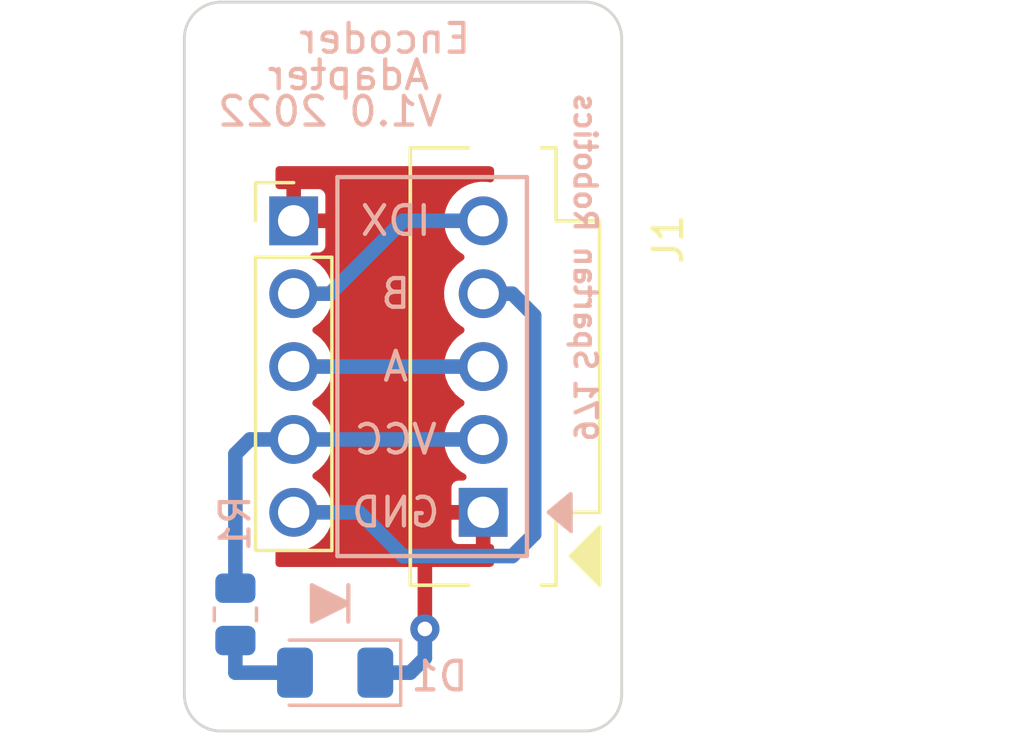
<source format=kicad_pcb>
(kicad_pcb (version 20221018) (generator pcbnew)
  (title_block (title "Shaft Encoder Adapter PCB") (date "2022-08-06") (rev "V1") (company "971 Spartan Robotics"))
  (layers (0 "F.Cu" signal) (31 "B.Cu" signal) (34 "B.Paste" user) (35 "F.Paste" user) (36 "B.SilkS" user "B.Silkscreen") (37 "F.SilkS" user "F.Silkscreen") (38 "B.Mask" user) (39 "F.Mask" user) (44 "Edge.Cuts" user))
  (net 0 "")
  (net 1 "/GND")
  (net 2 "/VCC")
  (net 3 "/A")
  (net 4 "/B")
  (net 5 "/IDX")
  (net 6 "Net-(D1-Pad2)")
  (footprint "encoder_adapter:MOLEX_0705410074" (layer "F.Cu") (at 131.064 106.68 -90)
    (fp_text reference "J1" (at -9.515 -6.445 90) (layer "F.SilkS"))
    (fp_text value "Encoder")
    (fp_line (start -12.7 -2.54) (end -10.16 -2.54) (stroke (width 0.127)) (layer "F.SilkS"))
    (fp_line (start -12.7 -2.032) (end -12.7 -2.54) (stroke (width 0.127)) (layer "F.SilkS"))
    (fp_line (start -12.7 2.54) (end -12.7 0.508) (stroke (width 0.127)) (layer "F.SilkS"))
    (fp_line (start -10.16 -4.055) (end 0 -4.064) (stroke (width 0.127)) (layer "F.SilkS"))
    (fp_line (start -10.16 -2.54) (end -10.16 -4.055) (stroke (width 0.127)) (layer "F.SilkS"))
    (fp_line (start 0 -2.54) (end 0 -4.064) (stroke (width 0.127)) (layer "F.SilkS"))
    (fp_line (start 2.54 -2.54) (end 0 -2.54) (stroke (width 0.127)) (layer "F.SilkS"))
    (fp_line (start 2.54 -2.54) (end 2.54 -2.032) (stroke (width 0.127)) (layer "F.SilkS"))
    (fp_line (start 2.54 2.54) (end -12.7 2.54) (stroke (width 0.127)) (layer "F.SilkS"))
    (fp_line (start 2.54 2.54) (end 2.54 0.508) (stroke (width 0.127)) (layer "F.SilkS"))
    (fp_poly (pts (xy 1.524 -3.048) (xy 0.508 -4.064) (xy 2.54 -4.064)) (stroke (width 0.127)) (fill solid) (layer "F.SilkS"))
    (pad "" np_thru_hole circle locked (at -14.224 -0.762 270) (size 1.524 1.524) (drill 3.429) (layers "F&B.Cu" "*.Mask"))
    (pad "" np_thru_hole circle locked (at 4.064 -0.762 270) (size 1.524 1.524) (drill 3.429) (layers "F&B.Cu" "*.Mask"))
    (pad "1" thru_hole rect locked (at 0 0 270) (size 1.7018 1.7018) (drill 1.0922) (layers "*.Cu") (net 1 "/GND"))
    (pad "2" thru_hole circle locked (at -2.54 0 270) (size 1.7018 1.7018) (drill 1.0922) (layers "*.Cu") (net 2 "/VCC"))
    (pad "3" thru_hole circle locked (at -5.08 0 270) (size 1.7018 1.7018) (drill 1.0922) (layers "*.Cu") (net 3 "/A"))
    (pad "4" thru_hole circle locked (at -7.62 0 270) (size 1.7018 1.7018) (drill 1.0922) (layers "*.Cu") (net 4 "/B"))
    (pad "5" thru_hole circle locked (at -10.16 0 270) (size 1.7018 1.7018) (drill 1.0922) (layers "*.Cu") (net 5 "/IDX"))
  )
  (footprint "Connector_PinHeader_2.54mm:PinHeader_1x05_P2.54mm_Vertical" (layer "F.Cu") (at 124.46 96.52)
    (fp_text reference "J2" hide)
    (fp_text value "Conn_01x05_Male" hide)
    (fp_line (start -1.33 -1.33) (end 0 -1.33) (stroke (width 0.12)) (layer "F.SilkS"))
    (fp_line (start -1.33 0) (end -1.33 -1.33) (stroke (width 0.12)) (layer "F.SilkS"))
    (fp_line (start -1.33 1.27) (end -1.33 11.49) (stroke (width 0.12)) (layer "F.SilkS"))
    (fp_line (start -1.33 1.27) (end 1.33 1.27) (stroke (width 0.12)) (layer "F.SilkS"))
    (fp_line (start -1.33 11.49) (end 1.33 11.49) (stroke (width 0.12)) (layer "F.SilkS"))
    (fp_line (start 1.33 1.27) (end 1.33 11.49) (stroke (width 0.12)) (layer "F.SilkS"))
    (pad "1" thru_hole rect locked (at 0 0) (size 1.7 1.7) (drill 1.0922) (layers "*.Cu" "*.Mask") (net 1 "/GND"))
    (pad "2" thru_hole oval locked (at 0 2.54) (size 1.7 1.7) (drill 1.0922) (layers "*.Cu" "*.Mask") (net 5 "/IDX"))
    (pad "3" thru_hole oval locked (at 0 5.08) (size 1.7 1.7) (drill 1.0922) (layers "*.Cu" "*.Mask") (net 3 "/A"))
    (pad "4" thru_hole oval locked (at 0 7.62) (size 1.7 1.7) (drill 1.0922) (layers "*.Cu" "*.Mask") (net 2 "/VCC"))
    (pad "5" thru_hole oval locked (at 0 10.16) (size 1.7 1.7) (drill 1.0922) (layers "*.Cu" "*.Mask") (net 4 "/B"))
  )
  (footprint "Resistor_SMD:R_0805_2012Metric" (layer "B.Cu") (at 122.428 110.236 -90)
    (fp_text reference "R1" (at -3.175 0 90) (layer "B.SilkS") (effects (justify mirror)))
    (fp_text value "R")
    (fp_line (start -0.227064 -0.735) (end 0.227064 -0.735) (stroke (width 0.12)) (layer "B.SilkS"))
    (fp_line (start -0.227064 0.735) (end 0.227064 0.735) (stroke (width 0.12)) (layer "B.SilkS"))
    (pad "1" smd roundrect (at -0.9125 0 270) (size 1.025 1.4) (layers "B.Cu" "B.Paste" "B.Mask") (roundrect_rratio 0.243902) (net 2 "/VCC"))
    (pad "2" smd roundrect (at 0.9125 0 270) (size 1.025 1.4) (layers "B.Cu" "B.Paste" "B.Mask") (roundrect_rratio 0.243902) (net 6 "Net-(D1-Pad2)"))
  )
  (footprint "LED_SMD:LED_1206_3216Metric" (layer "B.Cu") (at 125.905489 112.268 180)
    (fp_text reference "D1" (at -3.634511 -0.127) (layer "B.SilkS") (effects (justify mirror)))
    (fp_text value "LED")
    (fp_line (start -2.285 -1.135) (end 1.6 -1.135) (stroke (width 0.12)) (layer "B.SilkS"))
    (fp_line (start -2.285 1.135) (end -2.285 -1.135) (stroke (width 0.12)) (layer "B.SilkS"))
    (fp_line (start 1.6 1.135) (end -2.285 1.135) (stroke (width 0.12)) (layer "B.SilkS"))
    (pad "1" smd roundrect (at -1.4 0 180) (size 1.25 1.75) (layers "B.Cu" "B.Paste" "B.Mask") (roundrect_rratio 0.2) (net 1 "/GND"))
    (pad "2" smd roundrect (at 1.4 0 180) (size 1.25 1.75) (layers "B.Cu" "B.Paste" "B.Mask") (roundrect_rratio 0.2) (net 6 "Net-(D1-Pad2)"))
  )
  (gr_line (start 125.984 108.204) (end 125.984 94.996) (stroke (width 0.15)) (layer "B.SilkS"))
  (gr_line (start 132.588 94.996) (end 132.588 108.204) (stroke (width 0.15)) (layer "B.SilkS"))
  (gr_line (start 126.365 109.22) (end 126.365 110.49) (stroke (width 0.15)) (layer "B.SilkS"))
  (gr_line (start 132.588 108.204) (end 129.54 108.204) (stroke (width 0.15)) (layer "B.SilkS"))
  (gr_poly (pts (xy 126.365 109.855) (xy 125.095 110.49) (xy 125.095 109.22)) (stroke (width 0.15)) (fill solid) (layer "B.SilkS"))
  (gr_poly (pts (xy 134.112 107.315) (xy 133.35 106.68) (xy 134.112 106.045)) (stroke (width 0.15)) (fill solid) (layer "B.SilkS"))
  (gr_line (start 129.54 108.204) (end 125.984 108.204) (stroke (width 0.15)) (layer "B.SilkS"))
  (gr_line (start 125.984 94.996) (end 132.588 94.996) (stroke (width 0.15)) (layer "B.SilkS"))
  (gr_arc (start 120.65 90.17) (mid 121.021974 89.271974) (end 121.92 88.9) (stroke (width 0.1)) (layer "Edge.Cuts"))
  (gr_line (start 121.92 114.3) (end 134.62 114.3) (stroke (width 0.1)) (layer "Edge.Cuts"))
  (gr_line (start 120.65 90.17) (end 120.65 113.03) (stroke (width 0.1)) (layer "Edge.Cuts"))
  (gr_line (start 135.89 113.03) (end 135.89 90.17) (stroke (width 0.1)) (layer "Edge.Cuts"))
  (gr_arc (start 134.62 88.9) (mid 135.518026 89.271974) (end 135.89 90.17) (stroke (width 0.1)) (layer "Edge.Cuts"))
  (gr_arc (start 121.92 114.3) (mid 121.021974 113.928026) (end 120.65 113.03) (stroke (width 0.1)) (layer "Edge.Cuts"))
  (gr_arc (start 135.89 113.03) (mid 135.518026 113.928026) (end 134.62 114.3) (stroke (width 0.1)) (layer "Edge.Cuts"))
  (gr_line (start 134.62 88.9) (end 121.92 88.9) (stroke (width 0.1)) (layer "Edge.Cuts"))
  (gr_text "V1.0 2022" (at 125.73 92.71) (layer "B.SilkS") (effects (font (size 1 1)) (justify mirror)))
  (gr_text "971" (at 134.62 103.124 270) (layer "B.SilkS") (effects (font (size 0.746 0.746)) (justify mirror)))
  (gr_text "IDX" (at 128.016 96.52) (layer "B.SilkS") (effects (font (size 1 1)) (justify mirror)))
  (gr_text "GND" (at 128.016 106.68) (layer "B.SilkS") (effects (font (size 1 1)) (justify mirror)))
  (gr_text "Spartan" (at 134.62 99.568 270) (layer "B.SilkS") (effects (font (size 0.746 0.746)) (justify mirror)))
  (gr_text "Adapter" (at 126.365 91.44) (layer "B.SilkS") (effects (font (size 1 1)) (justify mirror)))
  (gr_text "VCC" (at 128.016 104.14) (layer "B.SilkS") (effects (font (size 1 1)) (justify mirror)))
  (gr_text "Robotics" (at 134.62 94.488 270) (layer "B.SilkS") (effects (font (size 0.746 0.746)) (justify mirror)))
  (gr_text "A" (at 128.016 101.6) (layer "B.SilkS") (effects (font (size 1 1)) (justify mirror)))
  (gr_text "B" (at 128.016 99.06) (layer "B.SilkS") (effects (font (size 1 1)) (justify mirror)))
  (gr_text "Encoder" (at 127.635 90.17) (layer "B.SilkS") (effects (font (size 1 1)) (justify mirror)))
  (segment (start 129.032 107.188) (end 129.54 106.68) (width 0.508) (layer "F.Cu") (net 1))
  (segment (start 129.54 106.68) (end 131.064 106.68) (width 0.508) (layer "F.Cu") (net 1))
  (segment (start 129.032 110.744) (end 129.032 107.188) (width 0.508) (layer "F.Cu") (net 1))
  (via (at 129.032 110.744) (size 1.016) (drill 0.508) (layers "F.Cu" "B.Cu") (net 1))
  (segment (start 129.032 110.744) (end 129.032 111.76) (width 0.508) (layer "B.Cu") (net 1))
  (segment (start 129.032 111.76) (end 128.524 112.268) (width 0.508) (layer "B.Cu") (net 1))
  (segment (start 128.524 112.268) (end 127.305489 112.268) (width 0.508) (layer "B.Cu") (net 1))
  (segment (start 122.428 104.648) (end 122.428 109.3235) (width 0.508) (layer "B.Cu") (net 2))
  (segment (start 124.46 104.14) (end 129.032 104.14) (width 0.508) (layer "B.Cu") (net 2))
  (segment (start 124.46 104.14) (end 122.936 104.14) (width 0.508) (layer "B.Cu") (net 2))
  (segment (start 129.032 104.14) (end 131.064 104.14) (width 0.508) (layer "B.Cu") (net 2))
  (segment (start 122.936 104.14) (end 122.428 104.648) (width 0.508) (layer "B.Cu") (net 2))
  (segment (start 124.46 101.6) (end 131.064 101.6) (width 0.508) (layer "B.Cu") (net 3))
  (segment (start 132.842 107.442) (end 132.842 99.822) (width 0.508) (layer "B.Cu") (net 4))
  (segment (start 126.746 106.68) (end 128.27 108.204) (width 0.508) (layer "B.Cu") (net 4))
  (segment (start 132.08 99.06) (end 131.064 99.06) (width 0.508) (layer "B.Cu") (net 4))
  (segment (start 128.27 108.204) (end 132.08 108.204) (width 0.508) (layer "B.Cu") (net 4))
  (segment (start 124.46 106.68) (end 126.746 106.68) (width 0.508) (layer "B.Cu") (net 4))
  (segment (start 132.842 99.822) (end 132.08 99.06) (width 0.508) (layer "B.Cu") (net 4))
  (segment (start 132.08 108.204) (end 132.842 107.442) (width 0.508) (layer "B.Cu") (net 4))
  (segment (start 124.46 99.06) (end 125.73 99.06) (width 0.508) (layer "B.Cu") (net 5))
  (segment (start 125.73 99.06) (end 128.27 96.52) (width 0.508) (layer "B.Cu") (net 5))
  (segment (start 128.27 96.52) (end 131.064 96.52) (width 0.508) (layer "B.Cu") (net 5))
  (segment (start 122.428 112.268) (end 122.428 111.148495) (width 0.508) (layer "B.Cu") (net 6))
  (segment (start 122.428 112.268) (end 124.505489 112.268) (width 0.508) (layer "B.Cu") (net 6))
  (zone (net 1) (net_name "/GND") (layer "F.Cu") (connect_pads (clearance 0.508)) (min_thickness 0.254) (fill yes (thermal_gap 0.254) (thermal_bridge_width 0.508))
    (polygon (pts (xy 131.445 108.585) (xy 123.825 108.585) (xy 123.825 94.615) (xy 131.445 94.615)))
  )
)
</source>
